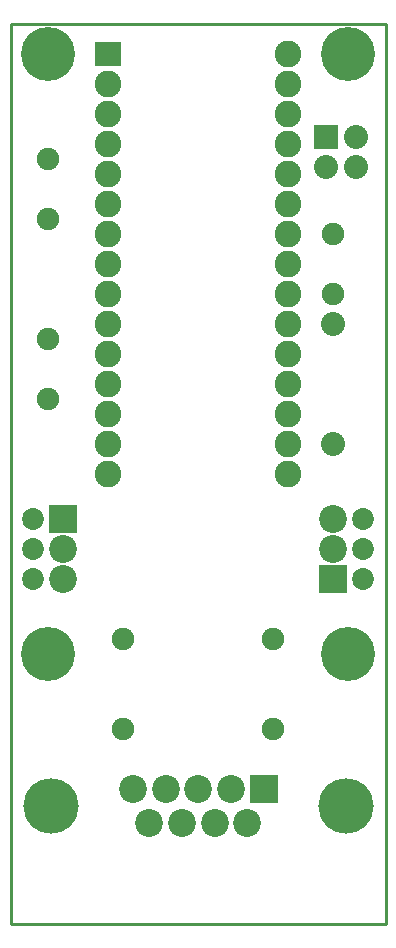
<source format=gbs>
G04 (created by PCBNEW-RS274X (2010-03-14)-final) date Tue 08 Feb 2011 03:21:09 PM PST*
G01*
G70*
G90*
%MOIN*%
G04 Gerber Fmt 3.4, Leading zero omitted, Abs format*
%FSLAX34Y34*%
G04 APERTURE LIST*
%ADD10C,0.006000*%
%ADD11C,0.009000*%
%ADD12C,0.093000*%
%ADD13R,0.093000X0.093000*%
%ADD14C,0.073000*%
%ADD15C,0.185000*%
%ADD16C,0.075000*%
%ADD17R,0.080000X0.080000*%
%ADD18C,0.080000*%
%ADD19R,0.089000X0.080000*%
%ADD20C,0.089000*%
%ADD21C,0.180000*%
G04 APERTURE END LIST*
G54D10*
G54D11*
X59250Y-25000D02*
X46750Y-25000D01*
X59250Y-55000D02*
X59250Y-25000D01*
X46750Y-55000D02*
X59250Y-55000D01*
X46750Y-25000D02*
X46750Y-55000D01*
G54D12*
X48500Y-42500D03*
X48500Y-43500D03*
G54D13*
X48500Y-41500D03*
G54D14*
X47500Y-41500D03*
X47500Y-42500D03*
X47500Y-43500D03*
G54D12*
X57500Y-42500D03*
X57500Y-41500D03*
G54D13*
X57500Y-43500D03*
G54D14*
X58500Y-43500D03*
X58500Y-42500D03*
X58500Y-41500D03*
G54D12*
X53000Y-50500D03*
X51910Y-50500D03*
X50820Y-50500D03*
X54090Y-50500D03*
G54D13*
X55180Y-50500D03*
G54D12*
X54635Y-51620D03*
X53545Y-51620D03*
X52455Y-51620D03*
X51365Y-51620D03*
G54D15*
X48080Y-51060D03*
X57920Y-51060D03*
G54D16*
X57500Y-34000D03*
X57500Y-32000D03*
G54D17*
X57250Y-28750D03*
G54D18*
X58250Y-28750D03*
X57250Y-29750D03*
X58250Y-29750D03*
G54D16*
X48000Y-29500D03*
X48000Y-31500D03*
X48000Y-35500D03*
X48000Y-37500D03*
X55500Y-45500D03*
X55500Y-48500D03*
X50500Y-45500D03*
X50500Y-48500D03*
G54D18*
X57500Y-35000D03*
X57500Y-39000D03*
G54D19*
X50000Y-26000D03*
G54D20*
X50000Y-27000D03*
X50000Y-28000D03*
X50000Y-29000D03*
X50000Y-30000D03*
X50000Y-31000D03*
X50000Y-32000D03*
X50000Y-33000D03*
X50000Y-34000D03*
X50000Y-35000D03*
X50000Y-36000D03*
X50000Y-37000D03*
X50000Y-38000D03*
X50000Y-39000D03*
X50000Y-40000D03*
X56000Y-40000D03*
X56000Y-39000D03*
X56000Y-38000D03*
X56000Y-37000D03*
X56000Y-36000D03*
X56000Y-35000D03*
X56000Y-34000D03*
X56000Y-33000D03*
X56000Y-32000D03*
X56000Y-31000D03*
X56000Y-30000D03*
X56000Y-29000D03*
X56000Y-28000D03*
X56000Y-27000D03*
X56000Y-26000D03*
G54D21*
X58000Y-46000D03*
X48000Y-46000D03*
X58000Y-26000D03*
X48000Y-26000D03*
M02*

</source>
